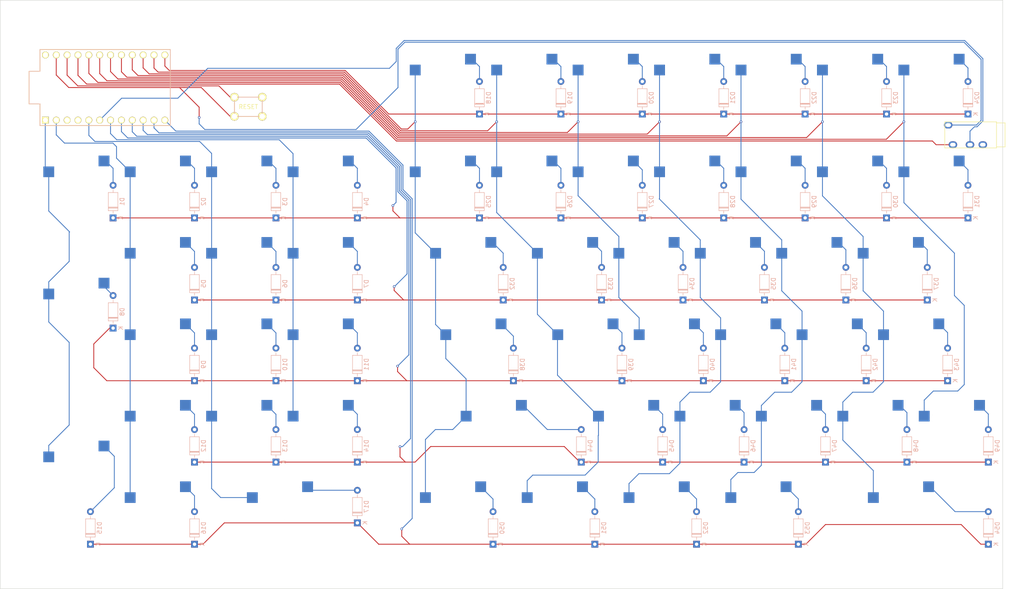
<source format=kicad_pcb>
(kicad_pcb (version 20221018) (generator pcbnew)
  (layers (0 "F.Cu" signal) (31 "B.Cu" signal) (34 "B.Paste" user) (35 "F.Paste" user) (36 "B.SilkS" user "B.Silkscreen") (37 "F.SilkS" user "F.Silkscreen") (38 "B.Mask" user) (39 "F.Mask" user) (44 "Edge.Cuts" user))
  (net 0 "")
  (net 1 "row2")
  (net 2 "row3")
  (net 3 "row4")
  (net 4 "row5")
  (net 5 "row6")
  (net 6 "row1")
  (net 7 "col1")
  (net 8 "col2")
  (net 9 "col3")
  (net 10 "col4")
  (net 11 "col5")
  (net 12 "col10")
  (net 13 "col11")
  (net 15 "SCL")
  (net 16 "VCC")
  (net 17 "RESET")
  (net 20 "col6")
  (net 21 "col7")
  (net 22 "col8")
  (net 23 "col9")
  (net 25 "GND")
  (net 26 "Net-(D1-A)")
  (net 27 "Net-(D2-A)")
  (net 28 "Net-(D3-A)")
  (net 29 "Net-(D4-A)")
  (net 30 "Net-(D5-A)")
  (net 31 "Net-(D6-A)")
  (net 32 "Net-(D7-A)")
  (net 33 "Net-(D8-A)")
  (net 34 "Net-(D9-A)")
  (net 35 "Net-(D10-A)")
  (net 36 "Net-(D11-A)")
  (net 37 "Net-(D12-A)")
  (net 38 "Net-(D13-A)")
  (net 39 "Net-(D14-A)")
  (net 40 "Net-(D15-A)")
  (net 41 "Net-(D16-A)")
  (net 42 "Net-(D17-A)")
  (net 43 "Net-(D18-A)")
  (net 44 "Net-(D19-A)")
  (net 45 "Net-(D20-A)")
  (net 46 "Net-(D21-A)")
  (net 47 "Net-(D22-A)")
  (net 48 "Net-(D23-A)")
  (net 49 "Net-(D24-A)")
  (net 50 "Net-(D25-A)")
  (net 51 "Net-(D26-A)")
  (net 52 "Net-(D27-A)")
  (net 53 "Net-(D28-A)")
  (net 54 "Net-(D29-A)")
  (net 55 "Net-(D30-A)")
  (net 56 "Net-(D31-A)")
  (net 57 "Net-(D32-A)")
  (net 58 "Net-(D33-A)")
  (net 59 "Net-(D34-A)")
  (net 60 "Net-(D35-A)")
  (net 61 "Net-(D36-A)")
  (net 62 "Net-(D37-A)")
  (net 63 "Net-(D38-A)")
  (net 64 "Net-(D39-A)")
  (net 65 "Net-(D40-A)")
  (net 66 "Net-(D41-A)")
  (net 67 "Net-(D42-A)")
  (net 68 "Net-(D43-A)")
  (net 69 "Net-(D44-A)")
  (net 70 "Net-(D45-A)")
  (net 71 "Net-(D46-A)")
  (net 72 "Net-(D47-A)")
  (net 73 "Net-(D48-A)")
  (net 74 "Net-(D49-A)")
  (net 75 "Net-(D50-A)")
  (net 76 "Net-(D51-A)")
  (net 77 "Net-(D52-A)")
  (net 78 "Net-(D53-A)")
  (net 79 "Net-(D54-A)")
  (footprint "MX_Only:MXOnly-1U-Hotswap" (layer "F.Cu") (at 74.49425 80.79875)
    (fp_text reference "MX6")
    (fp_text value "MX-NoLED")
  )
  (footprint "MX_Only:MXOnly-1U-Hotswap" (layer "F.Cu") (at 55.44425 61.74875)
    (fp_text reference "MX2")
    (fp_text value "MX-NoLED")
  )
  (footprint "MountingHole:MountingHole_2.2mm_M2" (layer "F.Cu") (at 142.7585 98.073)
    (fp_text reference "REF**" hide)
    (fp_text value "MountingHole_2.2mm_M2" hide)
  )
  (footprint "MountingHole:MountingHole_2.2mm_M2" (layer "F.Cu") (at 90.5 44.5)
    (fp_text reference "REF**" hide)
    (fp_text value "MountingHole_2.2mm_M2" hide)
  )
  (footprint "MountingHole:MountingHole_2.2mm_M2" (layer "F.Cu") (at 21.95925 23.20875)
    (fp_text reference "REF**" hide)
    (fp_text value "MountingHole_2.2mm_M2" hide)
  )
  (footprint "MX_Only:MXOnly-1U-Hotswap" (layer "F.Cu") (at 160.21925 37.93575)
    (fp_text reference "MX20")
    (fp_text value "MX-NoLED")
  )
  (footprint "MX_Only:MXOnly-1.25U-Hotswap" (layer "F.Cu") (at 172.1255 137.94875)
    (fp_text reference "MX52")
    (fp_text value "MX-NoLED")
  )
  (footprint "MX_Only:MXOnly-1U-Hotswap" (layer "F.Cu") (at 141.16925 61.74875)
    (fp_text reference "MX26")
    (fp_text value "MX-NoLED")
  )
  (footprint "reset:ResetSW_4P" (layer "F.Cu") (at 76 44)
    (fp_text reference "RESET1" hide)
    (fp_text value "SW_Push")
  )
  (footprint "MountingHole:MountingHole_2.2mm_M2" (layer "F.Cu") (at 21.95925 152.70875)
    (fp_text reference "REF**" hide)
    (fp_text value "MountingHole_2.2mm_M2" hide)
  )
  (footprint "MX_Only:MXOnly-1U-Hotswap" (layer "F.Cu") (at 36.39425 61.74875)
    (fp_text reference "MX1")
    (fp_text value "MX-NoLED")
  )
  (footprint "MX_Only:MXOnly-1.75U-Hotswap" (layer "F.Cu") (at 129.263 99.84875)
    (fp_text reference "MX38")
    (fp_text value "MX-NoLED")
  )
  (footprint "MountingHole:MountingHole_2.2mm_M2" (layer "F.Cu") (at 90.07 152.70875)
    (fp_text reference "REF**" hide)
    (fp_text value "MountingHole_2.2mm_M2" hide)
  )
  (footprint "MountingHole:MountingHole_2.2mm_M2" (layer "F.Cu") (at 248.57 23.20875)
    (fp_text reference "REF**" hide)
    (fp_text value "MountingHole_2.2mm_M2" hide)
  )
  (footprint "MX_Only:MXOnly-1.25U-Hotswap" (layer "F.Cu") (at 195.938 137.94875)
    (fp_text reference "MX53")
    (fp_text value "MX-NoLED")
  )
  (footprint "MX_Only:MXOnly-1U-Hotswap" (layer "F.Cu") (at 160.21925 61.74875)
    (fp_text reference "MX27")
    (fp_text value "MX-NoLED")
  )
  (footprint "MX_Only:MXOnly-1U-Hotswap" (layer "F.Cu") (at 74.49425 99.84875)
    (fp_text reference "MX10")
    (fp_text value "MX-NoLED")
  )
  (footprint "MX_Only:MXOnly-2U-Hotswap" (layer "F.Cu") (at 84.01925 137.94875)
    (fp_text reference "MX17")
    (fp_text value "MX-NoLED")
  )
  (footprint "MX_Only:MXOnly-1.25U-Hotswap" (layer "F.Cu") (at 124.5005 137.94875)
    (fp_text reference "MX50")
    (fp_text value "MX-NoLED")
  )
  (footprint "pj320:TRRS-PJ-320A" (layer "F.Cu") (at 251 50.57 -90)
    (fp_text reference "U2")
    (fp_text value "PJ-320A")
  )
  (footprint "MX_Only:MXOnly-1U-Hotswap" (layer "F.Cu") (at 236.41925 61.74875)
    (fp_text reference "MX31")
    (fp_text value "MX-NoLED")
  )
  (footprint "MX_Only:MXOnly-1U-Hotswap" (layer "F.Cu") (at 122.11925 37.93575)
    (fp_text reference "MX18")
    (fp_text value "MX-NoLED")
  )
  (footprint "promicro:ProMicro" (layer "F.Cu") (at 42.5 39.5)
    (fp_text reference "U1" hide)
    (fp_text value "ProMicro" hide)
  )
  (footprint "MX_Only:MXOnly-1U-Hotswap" (layer "F.Cu") (at 212.60675 99.84875)
    (fp_text reference "MX42")
    (fp_text value "MX-NoLED")
  )
  (footprint "MX_Only:MXOnly-1U-Hotswap" (layer "F.Cu") (at 198.31925 37.93575)
    (fp_text reference "MX22")
    (fp_text value "MX-NoLED")
  )
  (footprint "MX_Only:MXOnly-1U-Hotswap" (layer "F.Cu") (at 55.44425 137.94875)
    (fp_text reference "MX16")
    (fp_text value "MX-NoLED")
  )
  (footprint "MX_Only:MXOnly-2U-Hotswap-VerticalStabilizers" (layer "F.Cu") (at 36.39425 90.32375)
    (fp_text reference "MX8")
    (fp_text value "MX-NoLED" hide)
  )
  (footprint "MX_Only:MXOnly-1U-Hotswap" (layer "F.Cu") (at 150.69425 80.79875)
    (fp_text reference "MX33")
    (fp_text value "MX-NoLED")
  )
  (footprint "MX_Only:MXOnly-1U-Hotswap" (layer "F.Cu") (at 174.50675 99.84875)
    (fp_text reference "MX40")
    (fp_text value "MX-NoLED")
  )
  (footprint "MX_Only:MXOnly-1U-Hotswap" (layer "F.Cu") (at 169.74425 80.79875)
    (fp_text reference "MX34")
    (fp_text value "MX-NoLED")
  )
  (footprint "MX_Only:MXOnly-1U-Hotswap" (layer "F.Cu") (at 93.54425 99.84875)
    (fp_text reference "MX11")
    (fp_text value "MX-NoLED")
  )
  (footprint "MX_Only:MXOnly-1U-Hotswap" (layer "F.Cu") (at 74.49425 61.74875)
    (fp_text reference "MX3")
    (fp_text value "MX-NoLED")
  )
  (footprint "MX_Only:MXOnly-1U-Hotswap" (layer "F.Cu") (at 226.89425 80.79875)
    (fp_text reference "MX37")
    (fp_text value "MX-NoLED")
  )
  (footprint "MountingHole:MountingHole_2.2mm_M2" (layer "F.Cu") (at 90.07 23.20875)
    (fp_text reference "REF**" hide)
    (fp_text value "MountingHole_2.2mm_M2" hide)
  )
  (footprint "MX_Only:MXOnly-1U-Hotswap" (layer "F.Cu") (at 198.31925 61.74875)
    (fp_text reference "MX29")
    (fp_text value "MX-NoLED")
  )
  (footprint "MountingHole:MountingHole_2.2mm_M2" (layer "F.Cu") (at 107.41925 114.81875)
    (fp_text reference "REF**" hide)
    (fp_text value "MountingHole_2.2mm_M2" hide)
  )
  (footprint "MX_Only:MXOnly-1U-Hotswap" (layer "F.Cu") (at 236.41925 37.93575)
    (fp_text reference "MX24")
    (fp_text value "MX-NoLED")
  )
  (footprint "MX_Only:MXOnly-1U-Hotswap" (layer "F.Cu") (at 93.54425 118.89875)
    (fp_text reference "MX14")
    (fp_text value "MX-NoLED")
  )
  (footprint "MX_Only:MXOnly-2.25U-Hotswap" (layer "F.Cu") (at 134.0255 118.89875)
    (fp_text reference "MX44")
    (fp_text value "MX-NoLED")
  )
  (footprint "MX_Only:MXOnly-2.25U-Hotswap" (layer "F.Cu") (at 229.2755 137.94875)
    (fp_text reference "MX54")
    (fp_text value "MX-NoLED")
  )
  (footprint "MX_Only:MXOnly-1U-Hotswap" (layer "F.Cu") (at 55.44425 80.79875)
    (fp_text reference "MX5")
    (fp_text value "MX-NoLED")
  )
  (footprint "MX_Only:MXOnly-1U-Hotswap" (layer "F.Cu") (at 93.54425 80.79875)
    (fp_text reference "MX7")
    (fp_text value "MX-NoLED")
  )
  (footprint "MX_Only:MXOnly-1U-Hotswap" (layer "F.Cu") (at 241.18175 118.89875)
    (fp_text reference "MX49")
    (fp_text value "MX-NoLED")
  )
  (footprint "MX_Only:MXOnly-1U-Hotswap" (layer "F.Cu") (at 193.55675 99.84875)
    (fp_text reference "MX41")
    (fp_text value "MX-NoLED")
  )
  (footprint "MountingHole:MountingHole_2.2mm_M2" (layer "F.Cu") (at 175.07 152.70875)
    (fp_text reference "REF**" hide)
    (fp_text value "MountingHole_2.2mm_M2" hide)
  )
  (footprint "MX_Only:MXOnly-1.25U-Hotswap" (layer "F.Cu") (at 148.313 137.94875)
    (fp_text reference "MX51")
    (fp_text value "MX-NoLED")
  )
  (footprint "MX_Only:MXOnly-1U-Hotswap" (layer "F.Cu") (at 55.44425 99.84875)
    (fp_text reference "MX9")
    (fp_text value "MX-NoLED")
  )
  (footprint "MX_Only:MXOnly-1U-Hotswap" (layer "F.Cu") (at 203.08175 118.89875)
    (fp_text reference "MX47")
    (fp_text value "MX-NoLED")
  )
  (footprint "MX_Only:MXOnly-1U-Hotswap" (layer "F.Cu") (at 179.26925 37.93575)
    (fp_text reference "MX21")
    (fp_text value "MX-NoLED")
  )
  (footprint "MX_Only:MXOnly-1U-Hotswap" (layer "F.Cu") (at 184.03175 118.89875)
    (fp_text reference "MX46")
    (fp_text value "MX-NoLED")
  )
  (footprint "MountingHole:MountingHole_2.2mm_M2" (layer "F.Cu") (at 21.95925 87.07)
    (fp_text reference "REF**" hide)
    (fp_text value "MountingHole_2.2mm_M2" hide)
  )
  (footprint "MX_Only:MXOnly-1U-Hotswap" (layer "F.Cu") (at 74.49425 118.89875)
    (fp_text reference "MX13")
    (fp_text value "MX-NoLED")
  )
  (footprint "MX_Only:MXOnly-1U-Hotswap" (layer "F.Cu") (at 164.98175 118.89875)
    (fp_text reference "MX45")
    (fp_text value "MX-NoLED")
  )
  (footprint "MX_Only:MXOnly-1.5U-Hotswap" (layer "F.Cu") (at 126.88175 80.79875)
    (fp_text reference "MX32")
    (fp_text value "MX-NoLED")
  )
  (footprint "MX_Only:MXOnly-1U-Hotswap" (layer "F.Cu") (at 188.79425 80.79875)
    (fp_text reference "MX35")
    (fp_text value "MX-NoLED")
  )
  (footprint "MX_Only:MXOnly-1U-Hotswap" (layer "F.Cu") (at 231.65675 99.84875)
    (fp_text reference "MX43")
    (fp_text value "MX-NoLED")
  )
  (footprint "MX_Only:MXOnly-1U-Hotswap" (layer "F.Cu") (at 207.84425 80.79875)
    (fp_text reference "MX36")
    (fp_text value "MX-NoLED")
  )
  (footprint "MountingHole:MountingHole_2.2mm_M2" (layer "F.Cu") (at 107.41925 76.94875)
    (fp_text reference "REF**" hide)
    (fp_text value "MountingHole_2.2mm_M2" hide)
  )
  (footprint "MX_Only:MXOnly-1U-Hotswap" (layer "F.Cu") (at 217.36925 37.93575)
    (fp_text reference "MX23")
    (fp_text value "MX-NoLED")
  )
  (footprint "MountingHole:MountingHole_2.2mm_M2" (layer "F.Cu") (at 248.57 152.70875)
    (fp_text reference "REF**" hide)
    (fp_text value "MountingHole_2.2mm_M2" hide)
  )
  (footprint "MX_Only:MXOnly-1U-Hotswap" (layer "F.Cu") (at 122.11925 61.74875)
    (fp_text reference "MX25")
    (fp_text value "MX-NoLED")
  )
  (footprint "MX_Only:MXOnly-2U-Hotswap-VerticalStabilizers" (layer "F.Cu") (at 36.39425 128.42375)
    (fp_text reference "MX15")
    (fp_text value "MX-NoLED" hide)
  )
  (footprint "MX_Only:MXOnly-1U-Hotswap" (layer "F.Cu") (at 55.44425 118.89875)
    (fp_text reference "MX12")
    (fp_text value "MX-NoLED")
  )
  (footprint "MountingHole:MountingHole_2.2mm_M2" (layer "F.Cu") (at 248.57 87.07)
    (fp_text reference "REF**" hide)
    (fp_text value "MountingHole_2.2mm_M2" hide)
  )
  (footprint "MX_Only:MXOnly-1U-Hotswap" (layer "F.Cu") (at 217.36925 61.74875)
    (fp_text reference "MX30")
    (fp_text value "MX-NoLED")
  )
  (footprint "MX_Only:MXOnly-1U-Hotswap" (layer "F.Cu") (at 141.16925 37.93575)
    (fp_text reference "MX19")
    (fp_text value "MX-NoLED")
  )
  (footprint "MX_Only:MXOnly-1U-Hotswap" (layer "F.Cu") (at 179.26925 61.74875)
    (fp_text reference "MX28")
    (fp_text value "MX-NoLED")
  )
  (footprint "MX_Only:MXOnly-1U-Hotswap" (layer "F.Cu") (at 222.13175 118.89875)
    (fp_text reference "MX48")
    (fp_text value "MX-NoLED")
  )
  (footprint "MX_Only:MXOnly-1U-Hotswap" (layer "F.Cu") (at 93.54425 61.74875)
    (fp_text reference "MX4")
    (fp_text value "MX-NoLED")
  )
  (footprint "MountingHole:MountingHole_2.2mm_M2" (layer "F.Cu") (at 175.07 23.20875)
    (fp_text reference "REF**" hide)
    (fp_text value "MountingHole_2.2mm_M2" hide)
  )
  (footprint "MX_Only:MXOnly-1U-Hotswap" (layer "F.Cu") (at 155.45675 99.84875)
    (fp_text reference "MX39")
    (fp_text value "MX-NoLED")
  )
  (footprint "Diode_THT:D_DO-35_SOD27_P7.62mm_Horizontal" (layer "B.Cu") (at 158.6285 89.187 90)
    (fp_text reference "D33")
    (fp_text value "1N4148")
  )
  (footprint "Diode_THT:D_DO-35_SOD27_P7.62mm_Horizontal" (layer "B.Cu") (at 137.9975 108.0735 90)
    (fp_text reference "D38")
    (fp_text value "1N4148")
  )
  (footprint "Diode_THT:D_DO-35_SOD27_P7.62mm_Horizontal" (layer "B.Cu") (at 206.2385 45.702 90)
    (fp_text reference "D22")
    (fp_text value "1N4148")
  )
  (footprint "Diode_THT:D_DO-35_SOD27_P7.62mm_Horizontal" (layer "B.Cu") (at 225.2825 69.9855 90)
    (fp_text reference "D30")
    (fp_text value "1N4148")
  )
  (footprint "Diode_THT:D_DO-35_SOD27_P7.62mm_Horizontal" (layer "B.Cu") (at 63.4085 127.1175 90)
    (fp_text reference "D12")
    (fp_text value "1N4148")
  )
  (footprint "Diode_THT:D_DO-35_SOD27_P7.62mm_Horizontal" (layer "B.Cu") (at 230.0435 127.1175 90)
    (fp_text reference "D48")
    (fp_text value "1N4148")
  )
  (footprint "Diode_THT:D_DO-35_SOD27_P7.62mm_Horizontal" (layer "B.Cu") (at 249.0875 146.319 90)
    (fp_text reference "D54")
    (fp_text value "1N4148")
  )
  (footprint "Diode_THT:D_DO-35_SOD27_P7.62mm_Horizontal" (layer "B.Cu") (at 180.8465 146.319 90)
    (fp_text reference "D52")
    (fp_text value "1N4148")
  )
  (footprint "Diode_THT:D_DO-35_SOD27_P7.62mm_Horizontal" (layer "B.Cu") (at 204.6515 146.319 90)
    (fp_text reference "D53")
    (fp_text value "1N4148")
  )
  (footprint "Diode_THT:D_DO-35_SOD27_P7.62mm_Horizontal" (layer "B.Cu") (at 225.2825 45.702 90)
    (fp_text reference "D23")
    (fp_text value "1N4148")
  )
  (footprint "Diode_THT:D_DO-35_SOD27_P7.62mm_Horizontal" (layer "B.Cu") (at 130.0625 69.9855 90)
    (fp_text reference "D25")
    (fp_text value "1N4148")
  )
  (footprint "Diode_THT:D_DO-35_SOD27_P7.62mm_Horizontal" (layer "B.Cu") (at 133.2365 146.319 90)
    (fp_text reference "D50")
    (fp_text value "1N4148")
  )
  (footprint "Diode_THT:D_DO-35_SOD27_P7.62mm_Horizontal" (layer "B.Cu") (at 244.3265 69.9855 90)
    (fp_text reference "D31")
    (fp_text value "1N4148")
  )
  (footprint "Diode_THT:D_DO-35_SOD27_P7.62mm_Horizontal" (layer "B.Cu") (at 149.1065 69.9855 90)
    (fp_text reference "D26")
    (fp_text value "1N4148")
  )
  (footprint "Diode_THT:D_DO-35_SOD27_P7.62mm_Horizontal" (layer "B.Cu") (at 63.4085 69.9855 90)
    (fp_text reference "D2")
    (fp_text value "1N4148")
  )
  (footprint "Diode_THT:D_DO-35_SOD27_P7.62mm_Horizontal" (layer "B.Cu") (at 191.9555 127.1175 90)
    (fp_text reference "D46")
    (fp_text value "1N4148")
  )
  (footprint "Diode_THT:D_DO-35_SOD27_P7.62mm_Horizontal" (layer "B.Cu") (at 182.4335 108.0735 90)
    (fp_text reference "D40")
    (fp_text value "1N4148")
  )
  (footprint "Diode_THT:D_DO-35_SOD27_P7.62mm_Horizontal" (layer "B.Cu") (at 82.4525 127.1175 90)
    (fp_text reference "D13")
    (fp_text value "1N4148")
  )
  (footprint "Diode_THT:D_DO-35_SOD27_P7.62mm_Horizontal" (layer "B.Cu") (at 196.7165 89.187 90)
    (fp_text reference "D35")
    (fp_text value "1N4148")
  )
  (footprint "Diode_THT:D_DO-35_SOD27_P7.62mm_Horizontal" (layer "B.Cu") (at 215.7605 89.187 90)
    (fp_text reference "D36")
    (fp_text value "1N4148")
  )
  (footprint "Diode_THT:D_DO-35_SOD27_P7.62mm_Horizontal" (layer "B.Cu") (at 101.4965 69.9855 90)
    (fp_text reference "D4")
    (fp_text value "1N4148")
  )
  (footprint "Diode_THT:D_DO-35_SOD27_P7.62mm_Horizontal" (layer "B.Cu") (at 172.9115 127.1175 90)
    (fp_text reference "D45")
    (fp_text value "1N4148")
  )
  (footprint "Diode_THT:D_DO-35_SOD27_P7.62mm_Horizontal" (layer "B.Cu") (at 130.0625 45.702 90)
    (fp_text reference "D18")
    (fp_text value "1N4148")
  )
  (footprint "Diode_THT:D_DO-35_SOD27_P7.62mm_Horizontal" (layer "B.Cu") (at 157.0415 146.319 90)
    (fp_text reference "D51")
    (fp_text value "1N4148")
  )
  (footprint "Diode_THT:D_DO-35_SOD27_P7.62mm_Horizontal" (layer "B.Cu") (at 187.1945 69.9855 90)
    (fp_text reference "D28")
    (fp_text value "1N4148")
  )
  (footprint "Diode_THT:D_DO-35_SOD27_P7.62mm_Horizontal" (layer "B.Cu") (at 220.5215 108.0735 90)
    (fp_text reference "D42")
    (fp_text value "1N4148")
  )
  (footprint "Diode_THT:D_DO-35_SOD27_P7.62mm_Horizontal" (layer "B.Cu") (at 82.4525 69.9855 90)
    (fp_text reference "D3")
    (fp_text value "1N4148")
  )
  (footprint "Diode_THT:D_DO-35_SOD27_P7.62mm_Horizontal" (layer "B.Cu") (at 244.3265 45.702 90)
    (fp_text reference "D24")
    (fp_text value "1N4148")
  )
  (footprint "Diode_THT:D_DO-35_SOD27_P7.62mm_Horizontal" (layer "B.Cu") (at 153.8675 127.1175 90)
    (fp_text reference "D44")
    (fp_text value "1N4148")
  )
  (footprint "Diode_THT:D_DO-35_SOD27_P7.62mm_Horizontal" (layer "B.Cu") (at 44.3645 95.76875 90)
    (fp_text reference "D8")
    (fp_text value "1N4148")
  )
  (footprint "Diode_THT:D_DO-35_SOD27_P7.62mm_Horizontal" (layer "B.Cu") (at 210.9995 127.1175 90)
    (fp_text reference "D47")
    (fp_text value "1N4148")
  )
  (footprint "Diode_THT:D_DO-35_SOD27_P7.62mm_Horizontal" (layer "B.Cu") (at 234.8045 89.187 90)
    (fp_text reference "D37")
    (fp_text value "1N4148")
  )
  (footprint "Diode_THT:D_DO-35_SOD27_P7.62mm_Horizontal" (layer "B.Cu") (at 101.4965 127.1175 90)
    (fp_text reference "D14")
    (fp_text value "1N4148")
  )
  (footprint "Diode_THT:D_DO-35_SOD27_P7.62mm_Horizontal" (layer "B.Cu") (at 168.1505 45.702 90)
    (fp_text reference "D20")
    (fp_text value "1N4148")
  )
  (footprint "Diode_THT:D_DO-35_SOD27_P7.62mm_Horizontal" (layer "B.Cu") (at 149.1065 45.702 90)
    (fp_text reference "D19")
    (fp_text value "1N4148")
  )
  (footprint "Diode_THT:D_DO-35_SOD27_P7.62mm_Horizontal" (layer "B.Cu") (at 187.1945 45.702 90)
    (fp_text reference "D21")
    (fp_text value "1N4148")
  )
  (footprint "Diode_THT:D_DO-35_SOD27_P7.62mm_Horizontal" (layer "B.Cu") (at 101.4965 89.187 90)
    (fp_text reference "D7")
    (fp_text value "1N4148")
  )
  (footprint "Diode_THT:D_DO-35_SOD27_P7.62mm_Horizontal" (layer "B.Cu") (at 163.3895 108.0735 90)
    (fp_text reference "D39")
    (fp_text value "1N4148")
  )
  (footprint "Diode_THT:D_DO-35_SOD27_P7.62mm_Horizontal" (layer "B.Cu") (at 249.0875 127.1175 90)
    (fp_text reference "D49")
    (fp_text value "1N4148")
  )
  (footprint "Diode_THT:D_DO-35_SOD27_P7.62mm_Horizontal" (layer "B.Cu") (at 82.4525 108.0735 90)
    (fp_text reference "D10")
    (fp_text value "1N4148")
  )
  (footprint "Diode_THT:D_DO-35_SOD27_P7.62mm_Horizontal" (layer "B.Cu") (at 206.2385 69.9855 90)
    (fp_text reference "D29")
    (fp_text value "1N4148")
  )
  (footprint "Diode_THT:D_DO-35_SOD27_P7.62mm_Horizontal" (layer "B.Cu") (at 135.617 89.187 90)
    (fp_text reference "D32")
    (fp_text value "1N4148")
  )
  (footprint "Diode_THT:D_DO-35_SOD27_P7.62mm_Horizontal" (layer "B.Cu") (at 201.4775 108.0735 90)
    (fp_text reference "D41")
    (fp_text value "1N4148")
  )
  (footprint "Diode_THT:D_DO-35_SOD27_P7.62mm_Horizontal" (layer "B.Cu") (at 101.4965 141.319 90)
    (fp_text reference "D17")
    (fp_text value "1N4148")
  )
  (footprint "Diode_THT:D_DO-35_SOD27_P7.62mm_Horizontal" (layer "B.Cu") (at 177.6725 89.187 90)
    (fp_text reference "D34")
    (fp_text value "1N4148")
  )
  (footprint "Diode_THT:D_DO-35_SOD27_P7.62mm_Horizontal" (layer "B.Cu") (at 63.4085 89.187 90)
    (fp_text reference "D5")
    (fp_text value "1N4148")
  )
  (footprint "Diode_THT:D_DO-35_SOD27_P7.62mm_Horizontal" (layer "B.Cu") (at 63.4085 146.319 90)
    (fp_text reference "D16")
    (fp_text value "1N4148")
  )
  (footprint "Diode_THT:D_DO-35_SOD27_P7.62mm_Horizontal" (layer "B.Cu") (at 39.05925 146.319 90)
    (fp_text reference "D15")
    (fp_text value "1N4148")
  )
  (footprint "Diode_THT:D_DO-35_SOD27_P7.62mm_Horizontal" (layer "B.Cu") (at 63.4085 108.0735 90)
    (fp_text reference "D9")
    (fp_text value "1N4148")
  )
  (footprint "Diode_THT:D_DO-35_SOD27_P7.62mm_Horizontal" (layer "B.Cu") (at 168.1505 69.9855 90)
    (fp_text reference "D27")
    (fp_text value "1N4148")
  )
  (footprint "Diode_THT:D_DO-35_SOD27_P7.62mm_Horizontal" (layer "B.Cu") (at 82.4525 89.187 90)
    (fp_text reference "D6")
    (fp_text value "1N4148")
  )
  (footprint "Diode_THT:D_DO-35_SOD27_P7.62mm_Horizontal" (layer "B.Cu") (at 239.5655 108.0735 90)
    (fp_text reference "D43")
    (fp_text value "1N4148")
  )
  (footprint "Diode_THT:D_DO-35_SOD27_P7.62mm_Horizontal" (layer "B.Cu") (at 44.3645 69.9855 90)
    (fp_text reference "D1")
    (fp_text value "1N4148")
  )
  (footprint "Diode_THT:D_DO-35_SOD27_P7.62mm_Horizontal" (layer "B.Cu") (at 101.4965 108.0735 90)
    (fp_text reference "D11")
    (fp_text value "1N4148")
  )
  (gr_line (start 252.45925 156.70875) (end 17.95925 156.70875) (stroke (width 0.1)) (layer "Edge.Cuts"))
  (gr_line (start 252.45925 19.07) (end 17.95925 19.07) (stroke (width 0.1)) (layer "Edge.Cuts"))
  (gr_line (start 252.45925 19.07) (end 252.45925 156.70875) (stroke (width 0.1)) (layer "Edge.Cuts"))
  (gr_line (start 17.95925 19.07) (end 17.95925 156.70875) (stroke (width 0.1)) (layer "Edge.Cuts"))
  (segment (start 44.3645 69.9855) (end 44.3645 70.3005) (width 0.2) (layer "F.Cu") (net 1))
  (segment (start 44.3645 69.9855) (end 111.44925 69.9855) (width 0.2) (layer "F.Cu") (net 1))
  (segment (start 109.80925 67.10875) (end 109.80925 68.3455) (width 0.2) (layer "F.Cu") (net 1))
  (segment (start 109.80925 68.3455) (end 111.44925 69.9855) (width 0.2) (layer "F.Cu") (net 1))
  (segment (start 44.3645 70.3005) (end 44.6795 69.9855) (width 0.2) (layer "F.Cu") (net 1))
  (segment (start 111.44925 69.9855) (end 244.3265 69.9855) (width 0.2) (layer "F.Cu") (net 1))
  (via (at 109.80925 67.10875) (size 0.6) (drill 0.3) (layers "F.Cu" "B.Cu") (net 1))
  (segment (start 110.55925 58.310622) (end 103.548628 51.3) (width 0.2) (layer "B.Cu") (net 1))
  (segment (start 47.8 51.3) (end 46.31 49.81) (width 0.2) (layer "B.Cu") (net 1))
  (segment (start 103.548628 51.3) (end 47.8 51.3) (width 0.2) (layer "B.Cu") (net 1))
  (segment (start 46.31 49.81) (end 46.31 47.12) (width 0.2) (layer "B.Cu") (net 1))
  (segment (start 109.80925 67.10875) (end 110.55925 66.35875) (width 0.2) (layer "B.Cu") (net 1))
  (segment (start 110.55925 66.35875) (end 110.55925 58.310622) (width 0.2) (layer "B.Cu") (net 1))
  (segment (start 110.10925 86.967) (end 112.32925 89.187) (width 0.2) (layer "F.Cu") (net 2))
  (segment (start 110.10925 86.04875) (end 110.10925 86.967) (width 0.2) (layer "F.Cu") (net 2))
  (segment (start 234.8045 89.187) (end 112.32925 89.187) (width 0.2) (layer "F.Cu") (net 2))
  (segment (start 112.32925 89.187) (end 63.4085 89.187) (width 0.2) (layer "F.Cu") (net 2))
  (via (at 110.10925 86.04875) (size 0.6) (drill 0.3) (layers "F.Cu" "B.Cu") (net 2))
  (segment (start 113.12925 66.015808) (end 110.95925 63.845808) (width 0.2) (layer "B.Cu") (net 2))
  (segment (start 48.85 49.85) (end 48.85 47.12) (width 0.2) (layer "B.Cu") (net 2))
  (segment (start 110.17925 86.04875) (end 113.12925 83.09875) (width 0.2) (layer "B.Cu") (net 2))
  (segment (start 110.95925 63.845808) (end 110.95925 58.144936) (width 0.2) (layer "B.Cu") (net 2))
  (segment (start 113.12925 83.09875) (end 113.12925 66.015808) (width 0.2) (layer "B.Cu") (net 2))
  (segment (start 49.9 50.9) (end 48.85 49.85) (width 0.2) (layer "B.Cu") (net 2))
  (segment (start 110.10925 86.04875) (end 110.17925 86.04875) (width 0.2) (layer "B.Cu") (net 2))
  (segment (start 110.95925 58.144936) (end 103.714313 50.9) (width 0.2) (layer "B.Cu") (net 2))
  (segment (start 103.714313 50.9) (end 49.9 50.9) (width 0.2) (layer "B.Cu") (net 2))
  (segment (start 39.83925 105.02875) (end 42.884 108.0735) (width 0.2) (layer "F.Cu") (net 3))
  (segment (start 110.90925 104.65875) (end 110.90925 105.9335) (width 0.2) (layer "F.Cu") (net 3))
  (segment (start 43.54925 95.76875) (end 39.83925 99.47875) (width 0.2) (layer "F.Cu") (net 3))
  (segment (start 239.5655 108.0735) (end 113.04925 108.0735) (width 0.2) (layer "F.Cu") (net 3))
  (segment (start 42.884 108.0735) (end 63.4085 108.0735) (width 0.2) (layer "F.Cu") (net 3))
  (segment (start 113.04925 108.0735) (end 63.4085 108.0735) (width 0.2) (layer "F.Cu") (net 3))
  (segment (start 44.3645 95.76875) (end 43.54925 95.76875) (width 0.2) (layer "F.Cu") (net 3))
  (segment (start 39.83925 99.47875) (end 39.83925 105.02875) (width 0.2) (layer "F.Cu") (net 3))
  (segment (start 110.90925 105.9335) (end 113.04925 108.0735) (width 0.2) (layer "F.Cu") (net 3))
  (via (at 110.90925 104.65875) (size 0.6) (drill 0.3) (layers "F.Cu" "B.Cu") (net 3))
  (segment (start 110.90925 104.65875) (end 113.52925 102.03875) (width 0.2) (layer "B.Cu") (net 3))
  (segment (start 111.35925 63.680122) (end 111.35925 57.97925) (width 0.2) (layer "B.Cu") (net 3))
  (segment (start 113.52925 65.850122) (end 111.35925 63.680122) (width 0.2) (layer "B.Cu") (net 3))
  (segment (start 52.385 50.5) (end 51.39 49.505) (width 0.2) (layer "B.Cu") (net 3))
  (segment (start 103.88 50.5) (end 52.385 50.5) (width 0.2) (layer "B.Cu") (net 3))
  (segment (start 111.35925 57.97925) (end 103.88 50.5) (width 0.2) (layer "B.Cu") (net 3))
  (segment (start 51.39 49.505) (end 51.39 47.12) (width 0.2) (layer "B.Cu") (net 3))
  (segment (start 113.52925 102.03875) (end 113.52925 65.850122) (width 0.2) (layer "B.Cu") (net 3))
  (segment (start 111.47925 123.48875) (end 111.47925 125.8675) (width 0.2) (layer "F.Cu") (net 4))
  (segment (start 118.653 123.465) (end 115.0005 127.1175) (width 0.2) (layer "F.Cu") (net 4))
  (segment (start 101.4965 127.1175) (end 63.4085 127.1175) (width 0.2) (layer "F.Cu") (net 4))
  (segment (start 115.0005 127.1175) (end 112.72925 127.1175) (width 0.2) (layer "F.Cu") (net 4))
  (segment (start 149.9 123.465) (end 118.653 123.465) (width 0.2) (layer "F.Cu") (net 4))
  (segment (start 153.5525 127.1175) (end 149.9 123.465) (width 0.2) (layer "F.Cu") (net 4))
  (segment (start 153.8675 127.1175) (end 153.5525 127.1175) (width 0.2) (layer "F.Cu") (net 4))
  (segment (start 112.72925 127.1175) (end 101.4965 127.1175) (width 0.2) (layer "F.Cu") (net 4))
  (segment (start 249.0875 127.1175) (end 153.8675 127.1175) (width 0.2) (layer "F.Cu") (net 4))
  (segment (start 111.47925 125.8675) (end 112.72925 127.1175) (width 0.2) (layer "F.Cu") (net 4))
  (via (at 111.47925 123.48875) (size 0.6) (drill 0.3) (layers "F.Cu" "B.Cu") (net 4))
  (segment (start 111.75925 63.514436) (end 111.75925 57.813564) (width 0.2) (layer "B.Cu") (net 4))
  (segment (start 53.93 48.93) (end 53.93 47.12) (width 0.2) (layer "B.Cu") (net 4))
  (segment (start 111.47925 123.48875) (end 112.05925 123.48875) (width 0.2) (layer "B.Cu") (net 4))
  (segment (start 112.05925 123.48875) (end 113.92925 121.61875) (width 0.2) (layer "B.Cu") (net 4))
  (segment (start 104.045686 50.1) (end 55.1 50.1) (width 0.2) (layer "B.Cu") (net 4))
  (segment (start 113.92925 121.61875) (end 113.92925 65.684436) (width 0.2) (layer "B.Cu") (net 4))
  (segment (start 111.75925 57.813564) (end 104.045686 50.1) (width 0.2) (layer "B.Cu") (net 4))
  (segment (start 113.92925 65.684436) (end 111.75925 63.514436) (width 0.2) (layer "B.Cu") (net 4))
  (segment (start 55.1 50.1) (end 53.93 48.93) (width 0.2) (layer "B.Cu") (net 4))
  (segment (start 249.0875 146.319) (end 247.343 146.319) (width 0.2) (layer "F.Cu") (net 5))
  (segment (start 106.50625 146.32875) (end 101.4965 141.319) (width 0.2) (layer "F.Cu") (net 5))
  (segment (start 111.87925 142.73875) (end 111.87925 144.459) (width 0.2) (layer "F.Cu") (net 5))
  (segment (start 242.7395 141.7155) (end 210.9995 141.7155) (width 0.2) (layer "F.Cu") (net 5))
  (segment (start 70.389 141.319) (end 65.389 146.319) (width 0.2) (layer "F.Cu") (net 5))
  (segment (start 106.50625 146.32875) (end 106.516 146.319) (width 0.2) (layer "F.Cu") (net 5))
  (segment (start 101.4965 141.319) (end 70.389 141.319) (width 0.2) (layer "F.Cu") (net 5))
  (segment (start 65.389 146.319) (end 63.4085 146.319) (width 0.2) (layer "F.Cu") (net 5))
  (segment (start 106.516 146.319) (end 113.73925 146.319) (width 0.2) (layer "F.Cu") (net 5))
  (segment (start 206.396 146.319) (end 204.6515 146.319) (width 0.2) (layer "F.Cu") (net 5))
  (segment (start 39.05925 146.319) (end 63.4085 146.319) (width 0.2) (layer "F.Cu") (net 5))
  (segment (start 247.343 146.319) (end 242.7395 141.7155) (width 0.2) (layer "F.Cu") (net 5))
  (segment (start 111.87925 144.459) (end 113.73925 146.319) (width 0.2) (layer "F.Cu") (net 5))
  (segment (start 210.9995 141.7155) (end 206.396 146.319) (width 0.2) (layer "F.Cu") (net 5))
  (segment (start 113.73925 146.319) (end 204.6515 146.319) (width 0.2) (layer "F.Cu") (net 5))
  (via (at 111.87925 142.73875) (size 0.6) (drill 0.3) (layers "F.Cu" "B.Cu") (net 5))
  (segment (start 114.32925 140.28875) (end 114.32925 65.51875) (width 0.2) (layer "B.Cu") (net 5))
  (segment (start 114.32925 65.51875) (end 112.15925 63.34875) (width 0.2) (layer "B.Cu") (net 5))
  (segment (start 112.15925 57.647879) (end 104.211372 49.7) (width 0.2) (layer "B.Cu") (net 5))
  (segment (start 59.05 49.7) (end 56.47 47.12) (width 0.2) (layer "B.Cu") (net 5))
  (segment (start 112.15925 63.34875) (end 112.15925 57.647879) (width 0.2) (layer "B.Cu") (net 5))
  (segment (start 111.87925 142.73875) (end 114.32925 140.28875) (width 0.2) (layer "B.Cu") (net 5))
  (segment (start 104.211372 49.7) (end 59.05 49.7) (width 0.2) (layer "B.Cu") (net 5))
  (segment (start 130.0625 45.702) (end 244.3265 45.702) (width 0.2) (layer "F.Cu") (net 6))
  (segment (start 108.847486 45.702) (end 98.645486 35.5) (width 0.2) (layer "F.Cu") (net 6))
  (segment (start 98.645486 35.5) (end 57.5 35.5) (width 0.2) (layer "F.Cu") (net 6))
  (segment (start 130.0625 45.702) (end 108.847486 45.702) (width 0.2) (layer "F.Cu") (net 6))
  (segment (start 56.47 34.47) (end 56.47 31.88) (width 0.2) (layer "F.Cu") (net 6))
  (segment (start 57.5 35.5) (end 56.47 34.47) (width 0.2) (layer "F.Cu") (net 6))
  (segment (start 28.5 58.3995) (end 29.30925 59.20875) (width 0.2) (layer "B.Cu") (net 7))
  (segment (start 34.09925 80.15875) (end 29.30925 84.94875) (width 0.2) (layer "B.Cu") (net 7))
  (segment (start 29.30925 68.37875) (end 34.18925 73.25875) (width 0.2) (layer "B.Cu") (net 7))
  (segment (start 28.53 47.12) (end 28.5 47.15) (width 0.2) (layer "B.Cu") (net 7))
  (segment (start 29.30925 59.20875) (end 29.30925 68.37875) (width 0.2) (layer "B.Cu") (net 7))
  (segment (start 29.30925 123.21875) (end 29.30925 125.88375) (width 0.2) (layer "B.Cu") (net 7))
  (segment (start 34.09925 73.34875) (end 34.09925 80.15875) (width 0.2) (layer "B.Cu") (net 7))
  (segment (start 29.30925 94.32875) (end 34.09925 99.11875) (width 0.2) (layer "B.Cu") (net 7))
  (segment (start 28.5 47.15) (end 28.5 58.3995) (width 0.2) (layer "B.Cu") (net 7))
  (segment (start 29.30925 84.94875) (end 29.30925 87.78375) (width 0.2) (layer "B.Cu") (net 7))
  (segment (start 34.18925 73.25875) (end 34.09925 73.34875) (width 0.2) (layer "B.Cu") (net 7))
  (segment (start 34.09925 99.11875) (end 34.09925 118.42875) (width 0.2) (layer "B.Cu") (net 7))
  (segment (start 29.30925 87.78375) (end 29.30925 94.32875) (width 0.2) (layer "B.Cu") (net 7))
  (segment (start 34.09925 118.42875) (end 29.30925 123.21875) (width 0.2) (layer "B.Cu") (net 7))
  (segment (start 31.07 50.57) (end 31.07 47.12) (width 0.2) (layer "B.Cu") (net 8))
  (segment (start 33 52.5) (end 31.07 50.57) (width 0.2) (layer "B.Cu") (net 8))
  (segment (start 45.17 56.0195) (end 45.17 53.34) (width 0.2) (layer "B.Cu") (net 8))
  (segment (start 48.35925 59.20875) (end 45.17 56.0195) (width 0.2) (layer "B.Cu") (net 8))
  (segment (start 44.33 52.5) (end 33 52.5) (width 0.2) (layer "B.Cu") (net 8))
  (segment (start 48.35925 59.20875) (end 48.35925 116.35875) (width 0.2) (layer "B.Cu") (net 8))
  (segment (start 45.17 53.34) (end 44.33 52.5) (width 0.2) (layer "B.Cu") (net 8))
  (segment (start 48.35925 135.40875) (end 48.35925 116.35875) (width 0.2) (layer "B.Cu") (net 8))
  (segment (start 38.69 50.69) (end 40.1 52.1) (width 0.2) (layer "B.Cu") (net 9))
  (segment (start 67.40925 116.35875) (end 67.40925 133.28875) (width 0.2) (layer "B.Cu") (net 9))
  (segment (start 38.69 47.12) (end 38.69 50.69) (width 0.2) (layer "B.Cu") (net 9))
  (segment (start 69.52925 135.40875) (end 76.93425 135.40875) (width 0.2) (layer "B.Cu") (net 9))
  (segment (start 64.6 52.1) (end 67.40925 54.90925) (width 0.2) (layer "B.Cu") (net 9))
  (segment (start 67.40925 133.28875) (end 69.52925 135.40875) (width 0.2) (layer "B.Cu") (net 9))
  (segment (start 67.40925 54.90925) (end 67.40925 59.20875) (width 0.2) (layer "B.Cu") (net 9))
  (segment (start 40.1 52.1) (end 64.6 52.1) (width 0.2) (layer "B.Cu") (net 9))
  (segment (start 67.40925 116.35875) (end 67.40925 59.20875) (width 0.2) (layer "B.Cu") (net 9))
  (segment (start 86.45925 59.20875) (end 86.45925 54.95925) (width 0.2) (layer "B.Cu") (net 10))
  (segment (start 86.45925 59.20875) (end 86.45925 116.35875) (width 0.2) (layer "B.Cu") (net 10))
  (segment (start 83.2 51.7) (end 45.2 51.7) (width 0.2) (layer "B.Cu") (net 10))
  (segment (start 45.2 51.7) (end 43.77 50.27) (width 0.2) (layer "B.Cu") (net 10))
  (segment (start 43.77 50.27) (end 43.77 47.12) (width 0.2) (layer "B.Cu") (net 10))
  (segment (start 86.45925 54.95925) (end 83.2 51.7) (width 0.2) (layer "B.Cu") (net 10))
  (segment (start 54.9 35.9) (end 53.93 34.93) (width 0.2) (layer "F.Cu") (net 11))
  (segment (start 111.779802 49.2) (end 98.479802 35.9) (width 0.2) (layer "F.Cu") (net 11))
  (segment (start 98.479802 35.9) (end 54.9 35.9) (width 0.2) (layer "F.Cu") (net 11))
  (segment (start 113.3 49.2) (end 111.779802 49.2) (width 0.2) (layer "F.Cu") (net 11))
  (segment (start 115 47.5) (end 113.3 49.2) (width 0.2) (layer "F.Cu") (net 11))
  (segment (start 115.03425 47.5) (end 115 47.5) (width 0.2) (layer "F.Cu") (net 11))
  (segment (start 53.93 34.93) (end 53.93 31.88) (width 0.2) (layer "F.Cu") (net 11))
  (via (at 115.03425 47.5) (size 0.6) (drill 0.3) (layers "F.Cu" "B.Cu") (net 11))
  (segment (start 119.79675 78.25875) (end 119.79675 94.9275) (width 0.2) (layer "B.Cu") (net 11))
  (segment (start 126.9405 116.35875) (end 126.9405 107.647) (width 0.2) (layer "B.Cu") (net 11))
  (segment (start 117.4155 121.829) (end 117.4155 135.40875) (width 0.2) (layer "B.Cu") (net 11))
  (segment (start 115.03425 73.49625) (end 119.79675 78.25875) (width 0.2) (layer "B.Cu") (net 11))
  (segment (start 115.03425 59.20875) (end 115.03425 73.49625) (width 0.2) (layer "B.Cu") (net 11))
  (segment (start 126.9405 116.35875) (end 123.80175 119.4975) (width 0.2) (layer "B.Cu") (net 11))
  (segment (start 119.747 119.4975) (end 117.4155 121.829) (width 0.2) (layer "B.Cu") (net 11))
  (segment (start 123.80175 119.4975) (end 119.747 119.4975) (width 0.2) (layer "B.Cu") (net 11))
  (segment (start 119.79675 94.9275) (end 122.178 97.30875) (width 0.2) (layer "B.Cu") (net 11))
  (segment (start 122.178 102.8845) (end 122.178 97.30875) (width 0.2) (layer "B.Cu") (net 11))
  (segment (start 115.03425 35.39575) (end 115.03425 59.20875) (width 0.2) (layer "B.Cu") (net 11))
  (segment (start 126.9405 107.647) (end 122.178 102.8845) (width 0.2) (layer "B.Cu") (net 11))
  (segment (start 210.28425 47.5) (end 206.58425 51.2) (width 0.2) (layer "F.Cu") (net 12))
  (segment (start 206.58425 51.2) (end 110.951372 51.2) (width 0.2) (layer "F.Cu") (net 12))
  (segment (start 97.651372 37.9) (end 42.9 37.9) (width 0.2) (layer "F.Cu") (net 12))
  (segment (start 110.951372 51.2) (end 97.651372 37.9) (width 0.2) (layer "F.Cu") (net 12))
  (segment (start 42.9 37.9) (end 41.23 36.23) (width 0.2) (layer "F.Cu") (net 12))
  (segment (start 41.23 36.23) (end 41.23 31.88) (width 0.2) (layer "F.Cu") (net 12))
  (via (at 210.28425 47.5) (size 0.6) (drill 0.3) (layers "F.Cu" "B.Cu") (net 12))
  (segment (start 219.80925 74.34925) (end 210.28425 64.82425) (width 0.2) (layer "B.Cu") (net 12))
  (segment (start 224.57175 97.30875) (end 224.57175 108.30575) (width 0.2) (layer "B.Cu") (net 12))
  (segment (start 222.1905 135.40875) (end 222.1905 129.1015) (width 0.2) (layer "B.Cu") (net 12))
  (segment (start 224.57175 97.30875) (end 224.57175 91.80775) (width 0.2) (layer "B.Cu") (net 12))
  (segment (start 222.1905 129.1015) (end 215.04675 121.95775) (width 0.2) (layer "B.Cu") (net 12))
  (segment (start 219.80925 78.25875) (end 219.80925 74.34925) (width 0.2) (layer "B.Cu") (net 12))
  (segment (start 219.80925 87.04525) (end 219.80925 78.25875) (width 0.2) (layer "B.Cu") (net 12))
  (segment (start 224.57175 91.80775) (end 219.80925 87.04525) (width 0.2) (layer "B.Cu") (net 12))
  (segment (start 215.04675 116.35875) (end 215.04675 113.06975) (width 0.2) (layer "B.Cu") (net 12))
  (segment (start 215.04675 121.95775) (end 215.04675 116.35875) (width 0.2) (layer "B.Cu") (net 12))
  (segment (start 210.28425 35.39575) (end 210.28425 59.20875) (width 0.2) (layer "B.Cu") (net 12))
  (segment (start 210.28425 64.82425) (end 210.28425 59.20875) (width 0.2) (layer "B.Cu") (net 12))
  (segment (start 222.1085 110.769) (end 217.3475 110.769) (width 0.2) (layer "B.Cu") (net 12))
  (segment (start 215.04675 113.06975) (end 217.3475 110.769) (width 0.2) (layer "B.Cu") (net 12))
  (segment (start 224.57175 108.30575) (end 222.1085 110.769) (width 0.2) (layer "B.Cu") (net 12))
  (segment (start 40.8 38.3) (end 38.69 36.19) (width 0.2) (layer "F.Cu") (net 13))
  (segment (start 229.33425 47.5) (end 225.23425 51.6) (width 0.2) (layer "F.Cu") (net 13))
  (segment (start 110.785686 51.6) (end 97.485686 38.3) (width 0.2) (layer "F.Cu") (net 13))
  (segment (start 38.69 36.19) (end 38.69 31.88) (width 0.2) (layer "F.Cu") (net 13))
  (segment (start 97.485686 38.3) (end 40.8 38.3) (width 0.2) (layer "F.Cu") (net 13))
  (segment (start 225.23425 51.6) (end 110.785686 51.6) (width 0.2) (layer "F.Cu") (net 13))
  (via (at 229.33425 47.5) (size 0.6) (drill 0.3) (layers "F.Cu" "B.Cu") (net 13))
  (segment (start 241.935 110.49) (end 236.22 110.49) (width 0.2) (layer "B.Cu") (net 13))
  (segment (start 229.33425 59.20875) (end 229.33425 66.41725) (width 0.2) (layer "B.Cu") (net 13))
  (segment (start 229.33425 66.41725) (end 241.1525 78.2355) (width 0.2) (layer "B.Cu") (net 13))
  (segment (start 236.22 110.49) (end 234.09675 112.61325) (width 0.2) (layer "B.Cu") (net 13))
  (segment (start 234.09675 112.61325) (end 234.09675 116.35875) (width 0.2) (layer "B.Cu") (net 13))
  (segment (start 241.1525 88.1525) (end 243.46075 90.46075) (width 0.2) (layer "B.Cu") (net 13))
  (segment (start 243.46075 108.96425) (end 241.935 110.49) (width 0.2) (layer "B.Cu") (net 13))
  (segment (start 243.46075 90.46075) (end 243.46075 108.96425) (width 0.2) (layer "B.Cu") (net 13))
  (segment (start 241.1525 78.2355) (end 241.1525 88.1525) (width 0.2) (layer "B.Cu") (net 13))
  (segment (start 229.33425 35.39575) (end 229.33425 59.20875) (width 0.2) (layer "B.Cu") (net 13))
  (segment (start 247.8 47.331369) (end 247.8 32.734314) (width 0.2) (layer "B.Cu") (net 15))
  (segment (start 109 35) (end 66.5 35) (width 0.2) (layer "B.Cu") (net 15))
  (segment (start 110.6 33.4) (end 109 35) (width 0.2) (layer "B.Cu") (net 15))
  (segment (start 245.83 48.67) (end 246.461371 48.67) (width 0.2) (layer "B.Cu") (net 15))
  (segment (start 66.5 35) (end 59.5 42) (width 0.2) (layer "B.Cu") (net 15))
  (segment (start 112.434314 28.5) (end 110.6 30.334314) (width 0.2) (layer "B.Cu") (net 15))
  (segment (start 243.565686 28.5) (end 112.434314 28.5) (width 0.2) (layer "B.Cu") (net 15))
  (segment (start 110.6 30.334314) (end 110.6 33.4) (width 0.2) (layer "B.Cu") (net 15))
  (segment (start 46.35 42) (end 41.23 47.12) (width 0.2) (layer "B.Cu") (net 15))
  (segment (start 246.461371 48.67) (end 247.8 47.331369) (width 0.2) (layer "B.Cu") (net 15))
  (segment (start 244.8 52.87) (end 244.8 49.7) (width 0.2) (layer "B.Cu") (net 15))
  (segment (start 244.8 49.7) (end 245.83 48.67) (width 0.2) (layer "B.Cu") (net 15))
  (segment (start 59.5 42) (end 46.35 42) (width 0.2) (layer "B.Cu") (net 15))
  (segment (start 247.8 32.734314) (end 243.565686 28.5) (width 0.2) (layer "B.Cu") (net 15))
  (segment (start 236.87 52.87) (end 240.8 52.87) (width 0.2) (layer "F.Cu") (net 16))
  (segment (start 97.32 38.7) (end 110.62 52) (width 0.2) (layer "F.Cu") (net 16))
  (segment (start 36.15 31.88) (end 36.15 36.65) (width 0.2) (layer "F.Cu") (net 16))
  (segment (start 110.62 52) (end 236 52) (width 0.2) (layer "F.Cu") (net 16))
  (segment (start 38.2 38.7) (end 97.32 38.7) (width 0.2) (layer "F.Cu") (net 16))
  (segment (start 36.15 36.65) (end 38.2 38.7) (width 0.2) (layer "F.Cu") (net 16))
  (segment (start 236 52) (end 236.87 52.87) (width 0.2) (layer "F.Cu") (net 16))
  (segment (start 33.61 36.61) (end 36.1 39.1) (width 0.2) (layer "F.Cu") (net 17))
  (segment (start 36.1 39.1) (end 69.1 39.1) (width 0.2) (layer "F.Cu") (net 17))
  (segment (start 69.1 39.1) (end 72.25 42.25) (width 0.2) (layer "F.Cu") (net 17))
  (segment (start 33.61 31.88) (end 33.61 36.61) (width 0.2) (layer "F.Cu") (net 17))
  (segment (start 51.39 34.89) (end 51.39 31.88) (width 0.2) (layer "F.Cu") (net 20))
  (segment (start 134.08425 47.5) (end 131.98425 49.6) (width 0.2) (layer "F.Cu") (net 20))
  (segment (start 98.314116 36.3) (end 52.8 36.3) (width 0.2) (layer "F.Cu") (net 20))
  (segment (start 52.8 36.3) (end 51.39 34.89) (width 0.2) (layer "F.Cu") (net 20))
  (segment (start 111.614116 49.6) (end 98.314116 36.3) (width 0.2) (layer "F.Cu") (net 20))
  (segment (start 131.98425 49.6) (end 111.614116 49.6) (width 0.2) (layer "F.Cu") (net 20))
  (via (at 134.08425 47.5) (size 0.6) (drill 0.3) (layers "F.Cu" "B.Cu") (net 20))
  (segment (start 148.313 106.775) (end 157.89675 116.35875) (width 0.2) (layer "B.Cu") (net 20))
  (segment (start 157.89675 120.83825) (end 157.89675 116.35875) (width 0.2) (layer "B.Cu") (net 20))
  (segment (start 148.37175 97.30875) (end 143.60925 92.54625) (width 0.2) (layer "B.Cu") (net 20))
  (segment (start 148.37175 98.01425) (end 148.313 98.073) (width 0.2) (layer "B.Cu") (net 20))
  (segment (start 148.313 98.073) (end 148.313 106.775) (width 0.2) (layer "B.Cu") (net 20))
  (segment (start 134.08425 68.73375) (end 143.60925 78.25875) (width 0.2) (layer "B.Cu") (net 20))
  (segment (start 141.228 131.442) (end 142.51 130.16) (width 0.2) (layer "B.Cu") (net 20))
  (segment (start 157.835 127.09) (end 157.835 120.9) (width 0.2) (layer "B.Cu") (net 20))
  (segment (start 154.765 130.16) (end 157.835 127.09) (width 0.2) (layer "B.Cu") (net 20))
  (segment (start 148.37175 97.30875) (end 148.37175 98.01425) (width 0.2) (layer "B.Cu") (net 20))
  (segment (start 142.51 130.16) (end 154.765 130.16) (width 0.2) (layer "B.Cu") (net 20))
  (segment (start 134.08425 59.20875) (end 134.08425 68.73375) (width 0.2) (layer "B.Cu") (net 20))
  (segment (start 157.835 120.9) (end 157.89675 120.83825) (width 0.2) (layer "B.Cu") (net 20))
  (segment (start 134.08425 35.39575) (end 134.08425 59.20875) (width 0.2) (layer "B.Cu") (net 20))
  (segment (start 143.60925 92.54625) (end 143.60925 78.25875) (width 0.2) (layer "B.Cu") (net 20))
  (segment (start 141.228 135.40875) (end 141.228 131.442) (width 0.2) (layer "B.Cu") (net 20))
  (segment (start 153.13425 47.5) (end 150.63425 50) (width 0.2) (layer "F.Cu") (net 21))
  (segment (start 150.63425 50) (end 111.44843 50) (width 0.2) (layer "F.Cu") (net 21))
  (segment (start 50.2 36.7) (end 48.85 35.35) (width 0.2) (layer "F.Cu") (net 21))
  (segment (start 111.44843 50) (end 98.14843 36.7) (width 0.2) (layer "F.Cu") (net 21))
  (segment (start 48.85 35.35) (end 48.85 31.88) (width 0.2) (layer "F.Cu") (net 21))
  (segment (start 98.14843 36.7) (end 50.2 36.7) (width 0.2) (layer "F.Cu") (net 21))
  (via (at 153.13425 47.5) (size 0.6) (drill 0.3) (layers "F.Cu" "B.Cu") (net 21))
  (segment (start 162.65925 78.25875) (end 162.65925 88.61425) (width 0.2) (layer "B.Cu") (net 21))
  (segment (start 162.65925 88.61425) (end 167.42175 93.37675) (width 0.2) (layer "B.Cu") (net 21))
  (segment (start 153.13425 64.80625) (end 153.13425 59.20875) (width 0.2) (layer "B.Cu") (net 21))
  (segment (start 162.65925 74.33125) (end 153.13425 64.80625) (width 0.2) (layer "B.Cu") (net 21))
  (segment (start 162.65925 78.25875) (end 162.65925 74.33125) (width 0.2) (layer "B.Cu") (net 21))
  (segment (start 167.42175 93.37675) (end 167.42175 97.30875) (width 0.2) (layer "B.Cu") (net 21))
  (segment (start 153.13425 59.20875) (end 153.13425 35.39575) (width 0.2) (layer "B.Cu") (net 21))
  (segment (start 97.982744 37.1) (end 47.6 37.1) (width 0.2) (layer "F.Cu") (net 22))
  (segment (start 47.6 37.1) (end 46.31 35.81) (width 0.2) (layer "F.Cu") (net 22))
  (segment (start 46.31 35.81) (end 46.31 31.88) (width 0.2) (layer "F.Cu") (net 22))
  (segment (start 111.282744 50.4) (end 97.982744 37.1) (width 0.2) (layer "F.Cu") (net 22))
  (segment (start 172.18425 47.5) (end 169.28425 50.4) (width 0.2) (layer "F.Cu") (net 22))
  (segment (start 169.28425 50.4) (end 111.282744 50.4) (width 0.2) (layer "F.Cu") (net 22))
  (via (at 172.18425 47.5) (size 0.6) (drill 0.3) (layers "F.Cu" "B.Cu") (net 22))
  (segment (start 181.70925 75.13075) (end 172.118 65.5395) (width 0.2) (layer "B.Cu") (net 22))
  (segment (start 172.18425 65.47325) (end 172.18425 59.20875) (width 0.2) (layer "B.Cu") (net 22))
  (segment (start 176.94675 127.36475) (end 174.4985 129.813) (width 0.2) (layer "B.Cu") (net 22))
  (segment (start 167.357 129.813) (end 165.0405 132.1295) (width 0.2) (layer "B.Cu") (net 22))
  (segment (start 172.118 65.5395) (end 172.18425 65.47325) (width 0.2) (layer "B.Cu") (net 22))
  (segment (start 174.4985 129.813) (end 167.357 129.813) (width 0.2) (layer "B.Cu") (net 22))
  (segment (start 181.70925 88.62025) (end 186.47175 93.38275) (width 0.2) (layer "B.Cu") (net 22))
  (segment (start 186.47175 108.31775) (end 184.0205 110.769) (width 0.2) (layer "B.Cu") (net 22))
  (segment (start 179.2595 110.769) (end 176.94675 113.08175) (width 0.2) (layer "B.Cu") (net 22))
  (segment (start 165.0405 132.1295) (end 165.0405 135.40875) (width 0.2) (layer "B.Cu") (net 22))
  (segment (start 176.94675 113.08175) (end 176.94675 116.35875) (width 0.2) (layer "B.Cu") (net 22))
  (segment (start 176.94675 116.35875) (end 176.94675 127.36475) (width 0.2) (layer "B.Cu") (net 22))
  (segment (start 184.0205 110.769) (end 179.2595 110.769) (width 0.2) (layer "B.Cu") (net 22))
  (segment (start 186.47175 93.38275) (end 186.47175 97.30875) (width 0.2) (layer "B.Cu") (net 22))
  (segment (start 181.70925 78.25875) (end 181.70925 88.62025) (width 0.2) (layer "B.Cu") (net 22))
  (segment (start 172.18425 59.20875) (end 172.18425 35.39575) (width 0.2) (layer "B.Cu") (net 22))
  (segment (start 181.70925 78.25875) (end 181.70925 75.13075) (width 0.2) (layer "B.Cu") (net 22))
  (segment (start 186.47175 97.30875) (end 186.47175 108.31775) (width 0.2) (layer "B.Cu") (net 22))
  (segment (start 43.77 35.77) (end 43.77 31.88) (width 0.2) (layer "F.Cu") (net 23))
  (segment (start 45.5 37.5) (end 43.77 35.77) (width 0.2) (layer "F.Cu") (net 23))
  (segment (start 191.23425 47.5) (end 187.93425 50.8) (width 0.2) (layer "F.Cu") (net 23))
  (segment (start 187.93425 50.8) (end 111.117058 50.8) (width 0.2) (layer "F.Cu") (net 23))
  (segment (start 97.817058 37.5) (end 45.5 37.5) (width 0.2) (layer "F.Cu") (net 23))
  (segment (start 111.117058 50.8) (end 97.817058 37.5) (width 0.2) (layer "F.Cu") (net 23))
  (via (at 191.23425 47.5) (size 0.6) (drill 0.3) (layers "F.Cu" "B.Cu") (net 23))
  (segment (start 195.99675 113.86925) (end 199.097 110.769) (width 0.2) (layer "B.Cu") (net 23))
  (segment (start 195.99675 116.35875) (end 195.99675 113.86925) (width 0.2) (layer "B.Cu") (net 23))
  (segment (start 200.75925 87.03925) (end 200.75925 78.25875) (width 0.2) (layer "B.Cu") (net 23))
  (segment (start 195.99675 127.85325) (end 194.31 129.54) (width 0.2) (layer "B.Cu") (net 23))
  (segment (start 200.75925 78.25875) (end 200.75925 75.13675) (width 0.2) (layer "B.Cu") (net 23))
  (segment (start 191.23425 59.20875) (end 191.23425 35.39575) (width 0.2) (layer "B.Cu") (net 23))
  (segment (start 195.99675 116.35875) (end 195.99675 127.85325) (width 0.2) (layer "B.Cu") (net 23))
  (segment (start 203.0645 110.769) (end 199.097 110.769) (width 0.2) (layer "B.Cu") (net 23))
  (segment (start 191.23425 65.61175) (end 200.75925 75.13675) (width 0.2) (layer "B.Cu") (net 23))
  (segment (start 190.5 129.54) (end 188.853 131.187) (width 0.2) (layer "B.Cu") (net 23))
  (segment (start 205.52175 97.30875) (end 205.52175 108.31175) (width 0.2) (layer "B.Cu") (net 23))
  (segment (start 205.52175 97.30875) (end 205.52175 91.80175) (width 0.2) (layer "B.Cu") (net 23))
  (segment (start 194.31 129.54) (end 190.5 129.54) (width 0.2) (layer "B.Cu") (net 23))
  (segment (start 188.853 131.187) (end 188.853 135.40875) (width 0.2) (layer "B.Cu") (net 23))
  (segment (start 191.23425 59.20875) (end 191.23425 65.61175) (width 0.2) (layer "B.Cu") (net 23))
  (segment (start 205.52175 108.31175) (end 203.0645 110.769) (width 0.2) (layer "B.Cu") (net 23))
  (segment (start 205.52175 91.80175) (end 200.75925 87.03925) (width 0.2) (layer "B.Cu") (net 23))
  (segment (start 34 39.5) (end 31.07 36.57) (width 0.2) (layer "F.Cu") (net 25))
  (segment (start 31.07 36.57) (end 31.07 31.88) (width 0.2) (layer "F.Cu") (net 25))
  (segment (start 64.5 44.1) (end 64.5 46.5) (width 0.2) (layer "F.Cu") (net 25))
  (segment (start 65 39.5) (end 61 39.5) (width 0.2) (layer "F.Cu") (net 25))
  (segment (start 61 39.5) (end 34 39.5) (width 0.2) (layer "F.Cu") (net 25))
  (segment (start 72.25 46.75) (end 65 39.5) (width 0.2) (layer "F.Cu") (net 25))
  (segment (start 59.9 39.5) (end 64.5 44.1) (width 0.2) (layer "F.Cu") (net 25))
  (via (at 64.5 46.5) (size 0.6) (drill 0.3) (layers "F.Cu" "B.Cu") (net 25))
  (segment (start 111 39.5) (end 111 30.5) (width 0.2) (layer "B.Cu") (net 25))
  (segment (start 247.4 32.9) (end 247.4 47.165684) (width 0.2) (layer "B.Cu") (net 25))
  (segment (start 112.6 28.9) (end 243.4 28.9) (width 0.2) (layer "B.Cu") (net 25))
  (segment (start 65.8 49.3) (end 101.2 49.3) (width 0.2) (layer "B.Cu") (net 25))
  (segment (start 64.5 48) (end 65.8 49.3) (width 0.2) (layer "B.Cu") (net 25))
  (segment (start 243.4 28.9) (end 247.4 32.9) (width 0.2) (layer "B.Cu") (net 25))
  (segment (start 246.295684 48.27) (end 239.7 48.27) (width 0.2) (layer "B.Cu") (net 25))
  (segment (start 101.2 49.3) (end 111 39.5) (width 0.2) (layer "B.Cu") (net 25))
  (segment (start 64.5 46.5) (end 64.5 48) (width 0.2) (layer "B.Cu") (net 25))
  (segment (start 111 30.5) (end 112.6 28.9) (width 0.2) (layer "B.Cu") (net 25))
  (segment (start 247.4 47.165684) (end 246.295684 48.27) (width 0.2) (layer "B.Cu") (net 25))
  (segment (start 44.3645 58.398) (end 44.3645 62.3655) (width 0.2) (layer "B.Cu") (net 26))
  (segment (start 42.63525 56.66875) (end 44.3645 58.398) (width 0.2) (layer "B.Cu") (net 26))
  (segment (start 42.23625 56.66875) (end 42.63525 56.66875) (width 0.2) (layer "B.Cu") (net 26))
  (segment (start 61.28625 56.66875) (end 61.67925 56.66875) (width 0.2) (layer "B.Cu") (net 27))
  (segment (start 61.67925 56.66875) (end 63.4085 58.398) (width 0.2) (layer "B.Cu") (net 27))
  (segment (start 63.4085 58.398) (end 63.4085 62.3655) (width 0.2) (layer "B.Cu") (net 27))
  (segment (start 80.33625 56.66875) (end 80.72325 56.66875) (width 0.2) (layer "B.Cu") (net 28))
  (segment (start 80.72325 56.66875) (end 82.4525 58.398) (width 0.2) (layer "B.Cu") (net 28))
  (segment (start 82.4525 58.398) (end 82.4525 62.3655) (width 0.2) (layer "B.Cu") (net 28))
  (segment (start 101.4965 58.398) (end 101.4965 62.3655) (width 0.2) (layer "B.Cu") (net 29))
  (segment (start 99.76725 56.66875) (end 101.4965 58.398) (width 0.2) (layer "B.Cu") (net 29))
  (segment (start 99.38625 56.66875) (end 99.76725 56.66875) (width 0.2) (layer "B.Cu") (net 29))
  (segment (start 63.4085 77.841) (end 61.28625 75.71875) (width 0.2) (layer "B.Cu") (net 30))
  (segment (start 63.4085 81.567) (end 63.4085 77.841) (width 0.2) (layer "B.Cu") (net 30))
  (segment (start 82.4525 81.567) (end 82.4525 77.835) (width 0.2) (layer "B.Cu") (net 31))
  (segment (start 82.4525 77.835) (end 80.33625 75.71875) (width 0.2) (layer "B.Cu") (net 31))
  (segment (start 101.4965 81.567) (end 101.4965 77.829) (width 0.2) (layer "B.Cu") (net 32))
  (segment (start 101.4965 77.829) (end 99.38625 75.71875) (width 0.2) (layer "B.Cu") (net 32))
  (segment (start 42.23625 86.0205) (end 42.23625 85.24375) (width 0.2) (layer "B.Cu") (net 33))
  (segment (start 44.3645 88.14875) (end 42.23625 86.0205) (width 0.2) (layer "B.Cu") (net 33))
  (segment (start 63.4085 100.4535) (end 63.4085 96.891) (width 0.2) (layer "B.Cu") (net 34))
  (segment (start 63.4085 96.891) (end 61.28625 94.76875) (width 0.2) (layer "B.Cu") (net 34))
  (segment (start 82.4525 100.4535) (end 82.4525 96.885) (width 0.2) (layer "B.Cu") (net 35))
  (segment (start 82.4525 96.885) (end 80.33625 94.76875) (width 0.2) (layer "B.Cu") (net 35))
  (segment (start 101.4965 96.879) (end 99.38625 94.76875) (width 0.2) (layer "B.Cu") (net 36))
  (segment (start 101.4965 100.4535) (end 101.4965 96.879) (width 0.2) (layer "B.Cu") (net 36))
  (segment (start 63.4085 119.4975) (end 63.4085 115.941) (width 0.2) (layer "B.Cu") (net 37))
  (segment (start 63.4085 115.941) (end 61.28625 113.81875) (width 0.2) (layer "B.Cu") (net 37))
  (segment (start 82.4525 115.935) (end 80.33625 113.81875) (width 0.2) (layer "B.Cu") (net 38))
  (segment (start 82.4525 119.4975) (end 82.4525 115.935) (width 0.2) (layer "B.Cu") (net 38))
  (segment (start 101.4965 119.4975) (end 101.4965 115.929) (width 0.2) (layer "B.Cu") (net 39))
  (segment (start 101.4965 115.929) (end 99.38625 113.81875) (width 0.2) (layer "B.Cu") (net 39))
  (segment (start 39.05925 138.699) (end 44.64925 133.109) (width 0.2) (layer "B.Cu") (net 40))
  (segment (start 44.64925 133.109) (end 44.64925 125.75675) (width 0.2) (layer "B.Cu") (net 40))
  (segment (start 44.64925 125.75675) (end 42.23625 123.34375) (width 0.2) (layer "B.Cu") (net 40))
  (segment (start 63.4085 134.991) (end 61.28625 132.86875) (width 0.2) (layer "B.Cu") (net 41))
  (segment (start 63.4085 138.699) (end 63.4085 134.991) (width 0.2) (layer "B.Cu") (net 41))
  (segment (start 101.4965 133.699) (end 90.6915 133.699) (width 0.2) (layer "B.Cu") (net 42))
  (segment (start 90.6915 133.699) (end 89.86125 132.86875) (width 0.2) (layer "B.Cu") (net 42))
  (segment (start 127.96125 32.85575) (end 128.32525 32.85575) (width 0.2) (layer "B.Cu") (net 43))
  (segment (start 130.0625 34.593) (end 130.0625 38.082) (width 0.2) (layer "B.Cu") (net 43))
  (segment (start 128.32525 32.85575) (end 130.0625 34.593) (width 0.2) (layer "B.Cu") (net 43))
  (segment (start 149.1065 34.593) (end 149.1065 38.082) (width 0.2) (layer "B.Cu") (net 44))
  (segment (start 147.01125 32.85575) (end 147.36925 32.85575) (width 0.2) (layer "B.Cu") (net 44))
  (segment (start 147.36925 32.85575) (end 149.1065 34.593) (width 0.2) (layer "B.Cu") (net 44))
  (segment (start 166.41325 32.85575) (end 168.1505 34.593) (width 0.2) (layer "B.Cu") (net 45))
  (segment (start 168.1505 34.593) (end 168.1505 38.082) (width 0.2) (layer "B.Cu") (net 45))
  (segment (start 166.06125 32.85575) (end 166.41325 32.85575) (width 0.2) (layer "B.Cu") (net 45))
  (segment (start 185.45725 32.85575) (end 187.1945 34.593) (width 0.2) (layer "B.Cu") (net 46))
  (segment (start 185.11125 32.85575) (end 185.45725 32.85575) (width 0.2) (layer "B.Cu") (net 46))
  (segment (start 187.1945 34.593) (end 187.1945 38.082) (width 0.2) (layer "B.Cu") (net 46))
  (segment (start 206.2385 34.593) (end 206.2385 38.082) (width 0.2) (layer "B.Cu") (net 47))
  (segment (start 204.50125 32.85575) (end 206.2385 34.593) (width 0.2) (layer "B.Cu") (net 47))
  (segment (start 204.16125 32.85575) (end 204.50125 32.85575) (width 0.2) (layer "B.Cu") (net 47))
  (segment (start 223.54525 32.85575) (end 225.2825 34.593) (width 0.2) (layer "B.Cu") (net 48))
  (segment (start 223.21125 32.85575) (end 223.54525 32.85575) (width 0.2) (layer "B.Cu") (net 48))
  (segment (start 225.2825 34.593) (end 225.2825 38.082) (width 0.2) (layer "B.Cu") (net 48))
  (segment (start 244.3265 34.921) (end 244.3265 38.082) (width 0.2) (layer "B.Cu") (net 49))
  (segment (start 242.26125 32.85575) (end 244.3265 34.921) (width 0.2) (layer "B.Cu") (net 49))
  (segment (start 128.33325 56.66875) (end 130.0625 58.398) (width 0.2) (layer "B.Cu") (net 50))
  (segment (start 127.96125 56.66875) (end 128.33325 56.66875) (width 0.2) (layer "B.Cu") (net 50))
  (segment (start 130.0625 58.398) (end 130.0625 62.3655) (width 0.2) (layer "B.Cu") (net 50))
  (segment (start 149.1065 58.398) (end 149.1065 62.3655) (width 0.2) (layer "B.Cu") (net 51))
  (segment (start 147.01125 56.66875) (end 147.37725 56.66875) (width 0.2) (layer "B.Cu") (net 51))
  (segment (start 147.37725 56.66875) (end 149.1065 58.398) (width 0.2) (layer "B.Cu") (net 51))
  (segment (start 166.06125 56.66875) (end 168.1505 58.758) (width 0.2) (layer "B.Cu") (net 52))
  (segment (start 168.1505 58.758) (end 168.1505 62.3655) (width 0.2) (layer "B.Cu") (net 52))
  (segment (start 185.46525 56.66875) (end 187.1945 58.398) (width 0.2) (layer "B.Cu") (net 53))
  (segment (start 187.1945 58.398) (end 187.1945 62.3655) (width 0.2) (layer "B.Cu") (net 53))
  (segment (start 185.11125 56.66875) (end 185.46525 56.66875) (width 0.2) (layer "B.Cu") (net 53))
  (segment (start 204.50925 56.66875) (end 206.2385 58.398) (width 0.2) (layer "B.Cu") (net 54))
  (segment (start 206.2385 58.398) (end 206.2385 62.3655) (width 0.2) (layer "B.Cu") (net 54))
  (segment (start 204.16125 56.66875) (end 204.50925 56.66875) (width 0.2) (layer "B.Cu") (net 54))
  (segment (start 223.55325 56.66875) (end 225.2825 58.398) (width 0.2) (layer "B.Cu") (net 55))
  (segment (start 225.2825 58.398) (end 225.2825 62.3655) (width 0.2) (layer "B.Cu") (net 55))
  (segment (start 223.21125 56.66875) (end 223.55325 56.66875) (width 0.2) (layer "B.Cu") (net 55))
  (segment (start 244.3265 58.734) (end 244.3265 62.3655) (width 0.2) (layer "B.Cu") (net 56))
  (segment (start 242.26125 56.66875) (end 244.3265 58.734) (width 0.2) (layer "B.Cu") (net 56))
  (segment (start 135.617 78.2355) (end 135.617 81.4095) (width 0.2) (layer "B.Cu") (net 57))
  (segment (start 132.72375 75.71875) (end 133.10025 75.71875) (width 0.2) (layer "B.Cu") (net 57))
  (segment (start 133.10025 75.71875) (end 135.617 78.2355) (width 0.2) (layer "B.Cu") (net 57))
  (segment (start 156.53625 75.71875) (end 158.6285 77.811) (width 0.2) (layer "B.Cu") (net 58))
  (segment (start 158.6285 77.811) (end 158.6285 81.567) (width 0.2) (layer "B.Cu") (net 58))
  (segment (start 177.6725 77.805) (end 177.6725 81.4095) (width 0.2) (layer "B.Cu") (net 59))
  (segment (start 175.58625 75.71875) (end 177.6725 77.805) (width 0.2) (layer "B.Cu") (net 59))
  (segment (start 194.63625 75.71875) (end 196.7165 77.799) (width 0.2) (layer "B.Cu") (net 60))
  (segment (start 196.7165 77.799) (end 196.7165 81.567) (width 0.2) (layer "B.Cu") (net 60))
  (segment (start 215.7605 77.442) (end 215.7605 81.567) (width 0.2) (layer "B.Cu") (net 61))
  (segment (start 213.68625 75.71875) (end 214.03725 75.71875) (width 0.2) (layer "B.Cu") (net 61))
  (segment (start 214.03725 75.71875) (end 215.7605 77.442) (width 0.2) (layer "B.Cu") (net 61))
  (segment (start 234.8045 77.442) (end 234.8045 81.567) (width 0.2) (layer "B.Cu") (net 62))
  (segment (start 233.08125 75.71875) (end 234.8045 77.442) (width 0.2) (layer "B.Cu") (net 62))
  (segment (start 232.73625 75.71875) (end 233.08125 75.71875) (width 0.2) (layer "B.Cu") (net 62))
  (segment (start 137.9975 97.66125) (end 137.9975 100.4535) (width 0.2) (layer "B.Cu") (net 63))
  (segment (start 135.105 94.76875) (end 137.9975 97.66125) (width 0.2) (layer "B.Cu") (net 63))
  (segment (start 163.3895 96.8595) (end 163.3895 100.4535) (width 0.2) (layer "B.Cu") (net 64))
  (segment (start 161.29875 94.76875) (end 163.3895 96.8595) (width 0.2) (layer "B.Cu") (net 64))
  (segment (start 182.4335 96.8535) (end 182.4335 100.4535) (width 0.2) (layer "B.Cu") (net 65))
  (segment (start 180.34875 94.76875) (end 182.4335 96.8535) (width 0.2) (layer "B.Cu") (net 65))
  (segment (start 199.39875 94.76875) (end 201.4775 96.8475) (width 0.2) (layer "B.Cu") (net 66))
  (segment (start 201.4775 96.8475) (end 201.4775 100.4535) (width 0.2) (layer "B.Cu") (net 66))
  (segment (start 220.5215 96.8415) (end 220.5215 100.4535) (width 0.2) (layer "B.Cu") (net 67))
  (segment (start 218.44875 94.76875) (end 220.5215 96.8415) (width 0.2) (layer "B.Cu") (net 67))
  (segment (start 237.49875 94.76875) (end 239.5655 96.8355) (width 0.2) (layer "B.Cu") (net 68))
  (segment (start 239.5655 96.8355) (end 239.5655 100.4535) (width 0.2) (layer "B.Cu") (net 68))
  (segment (start 145.9325 119.4975) (end 153.8675 119.4975) (width 0.2) (layer "B.Cu") (net 69))
  (segment (start 140.25375 113.81875) (end 145.9325 119.4975) (width 0.2) (layer "B.Cu") (net 69))
  (segment (start 139.8675 113.81875) (end 140.25375 113.81875) (width 0.2) (layer "B.Cu") (net 69))
  (segment (start 170.82375 113.81875) (end 172.9115 115.9065) (width 0.2) (layer "B.Cu") (net 70))
  (segment (start 172.9115 115.9065) (end 172.9115 119.4975) (width 0.2) (layer "B.Cu") (net 70))
  (segment (start 191.9555 115.53) (end 191.9555 119.4975) (width 0.2) (layer "B.Cu") (net 71))
  (segment (start 189.87375 113.81875) (end 190.24425 113.81875) (width 0.2) (layer "B.Cu") (net 71))
  (segment (start 190.24425 113.81875) (end 191.9555 115.53) (width 0.2) (layer "B.Cu") (net 71))
  (segment (start 210.9995 115.8945) (end 210.9995 119.4975) (width 0.2) (layer "B.Cu") (net 72))
  (segment (start 208.92375 113.81875) (end 210.9995 115.8945) (width 0.2) (layer "B.Cu") (net 72))
  (segment (start 230.0435 115.53) (end 230.0435 119.4975) (width 0.2) (layer "B.Cu") (net 73))
  (segment (start 227.97375 113.81875) (end 228.33225 113.81875) (width 0.2) (layer "B.Cu") (net 73))
  (segment (start 228.33225 113.81875) (end 230.0435 115.53) (width 0.2) (layer "B.Cu") (net 73))
  (segment (start 249.0875 115.8825) (end 249.0875 119.4975) (width 0.2) (layer "B.Cu") (net 74))
  (segment (start 247.02375 113.81875) (end 249.0875 115.8825) (width 0.2) (layer "B.Cu") (net 74))
  (segment (start 133.2365 135.76275) (end 133.2365 138.699) (width 0.2) (layer "B.Cu") (net 75))
  (segment (start 130.3425 132.86875) (end 133.2365 135.76275) (width 0.2) (layer "B.Cu") (net 75))
  (segment (start 154.155 132.86875) (end 157.0415 135.75525) (width 0.2) (layer "B.Cu") (net 76))
  (segment (start 157.0415 135.75525) (end 157.0415 138.699) (width 0.2) (layer "B.Cu") (net 76))
  (segment (start 177.9675 132.86875) (end 180.8465 135.74775) (width 0.2) (layer "B.Cu") (net 77))
  (segment (start 180.8465 135.74775) (end 180.8465 138.699) (width 0.2) (layer "B.Cu") (net 77))
  (segment (start 201.78 132.86875) (end 204.6515 135.74025) (width 0.2) (layer "B.Cu") (net 78))
  (segment (start 204.6515 135.74025) (end 204.6515 138.699) (width 0.2) (layer "B.Cu") (net 78))
  (segment (start 249.0875 138.699) (end 241.31 138.699) (width 0.2) (layer "B.Cu") (net 79))
  (segment (start 235.47975 132.86875) (end 241.31 138.699) (width 0.2) (layer "B.Cu") (net 79))
  (segment (start 235.1175 132.86875) (end 235.47975 132.86875) (width 0.2) (layer "B.Cu") (net 79))
)
</source>
